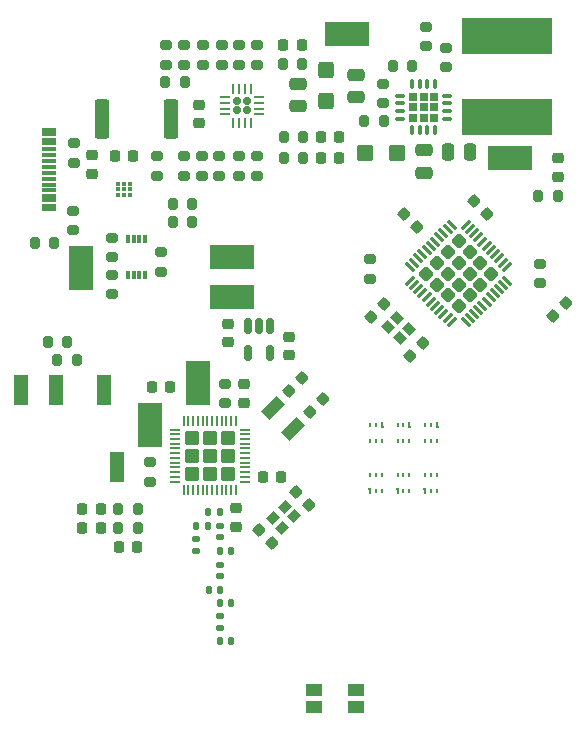
<source format=gtp>
G04 #@! TF.GenerationSoftware,KiCad,Pcbnew,(6.0.5)*
G04 #@! TF.CreationDate,2022-08-26T20:13:17-07:00*
G04 #@! TF.ProjectId,main,6d61696e-2e6b-4696-9361-645f70636258,1*
G04 #@! TF.SameCoordinates,Original*
G04 #@! TF.FileFunction,Paste,Top*
G04 #@! TF.FilePolarity,Positive*
%FSLAX46Y46*%
G04 Gerber Fmt 4.6, Leading zero omitted, Abs format (unit mm)*
G04 Created by KiCad (PCBNEW (6.0.5)) date 2022-08-26 20:13:17*
%MOMM*%
%LPD*%
G01*
G04 APERTURE LIST*
G04 Aperture macros list*
%AMRoundRect*
0 Rectangle with rounded corners*
0 $1 Rounding radius*
0 $2 $3 $4 $5 $6 $7 $8 $9 X,Y pos of 4 corners*
0 Add a 4 corners polygon primitive as box body*
4,1,4,$2,$3,$4,$5,$6,$7,$8,$9,$2,$3,0*
0 Add four circle primitives for the rounded corners*
1,1,$1+$1,$2,$3*
1,1,$1+$1,$4,$5*
1,1,$1+$1,$6,$7*
1,1,$1+$1,$8,$9*
0 Add four rect primitives between the rounded corners*
20,1,$1+$1,$2,$3,$4,$5,0*
20,1,$1+$1,$4,$5,$6,$7,0*
20,1,$1+$1,$6,$7,$8,$9,0*
20,1,$1+$1,$8,$9,$2,$3,0*%
%AMRotRect*
0 Rectangle, with rotation*
0 The origin of the aperture is its center*
0 $1 length*
0 $2 width*
0 $3 Rotation angle, in degrees counterclockwise*
0 Add horizontal line*
21,1,$1,$2,0,0,$3*%
%AMFreePoly0*
4,1,7,0.100000,-0.225000,-0.100000,-0.225000,-0.100000,0.075000,-0.200000,0.075000,-0.200000,0.225000,0.100000,0.225000,0.100000,-0.225000,0.100000,-0.225000,$1*%
G04 Aperture macros list end*
%ADD10FreePoly0,180.000000*%
%ADD11R,0.200000X0.450000*%
%ADD12FreePoly0,0.000000*%
%ADD13RoundRect,0.225000X0.250000X-0.225000X0.250000X0.225000X-0.250000X0.225000X-0.250000X-0.225000X0*%
%ADD14RoundRect,0.225000X-0.335876X-0.017678X-0.017678X-0.335876X0.335876X0.017678X0.017678X0.335876X0*%
%ADD15RoundRect,0.200000X0.275000X-0.200000X0.275000X0.200000X-0.275000X0.200000X-0.275000X-0.200000X0*%
%ADD16RoundRect,0.200000X0.200000X0.275000X-0.200000X0.275000X-0.200000X-0.275000X0.200000X-0.275000X0*%
%ADD17RoundRect,0.147500X0.172500X-0.147500X0.172500X0.147500X-0.172500X0.147500X-0.172500X-0.147500X0*%
%ADD18RoundRect,0.147500X0.147500X0.172500X-0.147500X0.172500X-0.147500X-0.172500X0.147500X-0.172500X0*%
%ADD19RotRect,0.900000X0.800000X225.000000*%
%ADD20RoundRect,0.200000X-0.275000X0.200000X-0.275000X-0.200000X0.275000X-0.200000X0.275000X0.200000X0*%
%ADD21RoundRect,0.250000X-0.370000X0.370000X-0.370000X-0.370000X0.370000X-0.370000X0.370000X0.370000X0*%
%ADD22RoundRect,0.050000X-0.050000X0.350000X-0.050000X-0.350000X0.050000X-0.350000X0.050000X0.350000X0*%
%ADD23RoundRect,0.050000X-0.350000X0.050000X-0.350000X-0.050000X0.350000X-0.050000X0.350000X0.050000X0*%
%ADD24RoundRect,0.140000X0.140000X0.170000X-0.140000X0.170000X-0.140000X-0.170000X0.140000X-0.170000X0*%
%ADD25R,2.000000X3.800000*%
%ADD26RoundRect,0.250000X0.475000X-0.250000X0.475000X0.250000X-0.475000X0.250000X-0.475000X-0.250000X0*%
%ADD27RoundRect,0.200000X-0.200000X-0.275000X0.200000X-0.275000X0.200000X0.275000X-0.200000X0.275000X0*%
%ADD28R,1.200000X2.500000*%
%ADD29RoundRect,0.218750X-0.218750X-0.256250X0.218750X-0.256250X0.218750X0.256250X-0.218750X0.256250X0*%
%ADD30RoundRect,0.225000X0.335876X0.017678X0.017678X0.335876X-0.335876X-0.017678X-0.017678X-0.335876X0*%
%ADD31RoundRect,0.250000X-0.362500X-1.425000X0.362500X-1.425000X0.362500X1.425000X-0.362500X1.425000X0*%
%ADD32RoundRect,0.250000X0.450000X0.425000X-0.450000X0.425000X-0.450000X-0.425000X0.450000X-0.425000X0*%
%ADD33RoundRect,0.225000X-0.225000X-0.250000X0.225000X-0.250000X0.225000X0.250000X-0.225000X0.250000X0*%
%ADD34RoundRect,0.225000X-0.250000X0.225000X-0.250000X-0.225000X0.250000X-0.225000X0.250000X0.225000X0*%
%ADD35R,3.800000X2.000000*%
%ADD36RotRect,1.000000X1.800000X135.000000*%
%ADD37RoundRect,0.250000X-0.388909X0.000000X0.000000X-0.388909X0.388909X0.000000X0.000000X0.388909X0*%
%ADD38RoundRect,0.062500X-0.380070X0.291682X0.291682X-0.380070X0.380070X-0.291682X-0.291682X0.380070X0*%
%ADD39RoundRect,0.062500X-0.380070X-0.291682X-0.291682X-0.380070X0.380070X0.291682X0.291682X0.380070X0*%
%ADD40R,0.300000X0.800000*%
%ADD41RoundRect,0.140000X-0.140000X-0.170000X0.140000X-0.170000X0.140000X0.170000X-0.140000X0.170000X0*%
%ADD42R,7.700000X3.100000*%
%ADD43RoundRect,0.150000X-0.150000X0.512500X-0.150000X-0.512500X0.150000X-0.512500X0.150000X0.512500X0*%
%ADD44RoundRect,0.250000X-0.475000X0.250000X-0.475000X-0.250000X0.475000X-0.250000X0.475000X0.250000X0*%
%ADD45RotRect,0.900000X0.800000X315.000000*%
%ADD46RoundRect,0.182500X0.182500X-0.182500X0.182500X0.182500X-0.182500X0.182500X-0.182500X-0.182500X0*%
%ADD47RoundRect,0.087500X0.087500X-0.325000X0.087500X0.325000X-0.087500X0.325000X-0.087500X-0.325000X0*%
%ADD48RoundRect,0.087500X0.325000X-0.087500X0.325000X0.087500X-0.325000X0.087500X-0.325000X-0.087500X0*%
%ADD49RoundRect,0.225000X-0.017678X0.335876X-0.335876X0.017678X0.017678X-0.335876X0.335876X-0.017678X0*%
%ADD50RoundRect,0.225000X0.017678X-0.335876X0.335876X-0.017678X-0.017678X0.335876X-0.335876X0.017678X0*%
%ADD51RoundRect,0.140000X0.170000X-0.140000X0.170000X0.140000X-0.170000X0.140000X-0.170000X-0.140000X0*%
%ADD52RoundRect,0.225000X0.225000X0.250000X-0.225000X0.250000X-0.225000X-0.250000X0.225000X-0.250000X0*%
%ADD53RoundRect,0.250000X0.425000X-0.450000X0.425000X0.450000X-0.425000X0.450000X-0.425000X-0.450000X0*%
%ADD54R,1.400000X1.050000*%
%ADD55RoundRect,0.218750X0.256250X-0.218750X0.256250X0.218750X-0.256250X0.218750X-0.256250X-0.218750X0*%
%ADD56R,1.150000X0.300000*%
%ADD57RoundRect,0.160000X-0.160000X-0.160000X0.160000X-0.160000X0.160000X0.160000X-0.160000X0.160000X0*%
%ADD58RoundRect,0.062500X-0.375000X-0.062500X0.375000X-0.062500X0.375000X0.062500X-0.375000X0.062500X0*%
%ADD59RoundRect,0.062500X-0.062500X-0.375000X0.062500X-0.375000X0.062500X0.375000X-0.062500X0.375000X0*%
%ADD60RoundRect,0.140000X-0.170000X0.140000X-0.170000X-0.140000X0.170000X-0.140000X0.170000X0.140000X0*%
%ADD61RoundRect,0.250000X-0.250000X-0.475000X0.250000X-0.475000X0.250000X0.475000X-0.250000X0.475000X0*%
%ADD62R,0.300000X0.300000*%
%ADD63C,0.165000*%
G04 APERTURE END LIST*
D10*
X86200000Y-85225000D03*
D11*
X85700000Y-85225000D03*
X85200000Y-85225000D03*
X85200000Y-86575000D03*
X85700000Y-86575000D03*
X86200000Y-86575000D03*
D10*
X88500000Y-85225000D03*
D11*
X88000000Y-85225000D03*
X87500000Y-85225000D03*
X87500000Y-86575000D03*
X88000000Y-86575000D03*
X88500000Y-86575000D03*
D10*
X90800000Y-85225000D03*
D11*
X90300000Y-85225000D03*
X89800000Y-85225000D03*
X89800000Y-86575000D03*
X90300000Y-86575000D03*
X90800000Y-86575000D03*
D12*
X85200000Y-90775000D03*
D11*
X85700000Y-90775000D03*
X86200000Y-90775000D03*
X86200000Y-89425000D03*
X85700000Y-89425000D03*
X85200000Y-89425000D03*
D12*
X87500000Y-90775000D03*
D11*
X88000000Y-90775000D03*
X88500000Y-90775000D03*
X88500000Y-89425000D03*
X88000000Y-89425000D03*
X87500000Y-89425000D03*
D12*
X89800000Y-90775000D03*
D11*
X90300000Y-90775000D03*
X90800000Y-90775000D03*
X90800000Y-89425000D03*
X90300000Y-89425000D03*
X89800000Y-89425000D03*
D13*
X74519000Y-83324000D03*
X74519000Y-81774000D03*
D14*
X75768109Y-94108058D03*
X76864125Y-95204074D03*
D13*
X78350000Y-79325000D03*
X78350000Y-77775000D03*
D15*
X70918400Y-64091300D03*
X70918400Y-62441300D03*
D16*
X58425000Y-69800000D03*
X56775000Y-69800000D03*
D17*
X72470000Y-102375000D03*
X72470000Y-101405000D03*
D18*
X72464000Y-92582000D03*
X71494000Y-92582000D03*
D19*
X77972183Y-92122183D03*
X76982234Y-93112132D03*
X77760051Y-93889949D03*
X78750000Y-92900000D03*
D16*
X79524000Y-60826700D03*
X77874000Y-60826700D03*
D20*
X60100000Y-61375000D03*
X60100000Y-63025000D03*
X63300000Y-72475000D03*
X63300000Y-74125000D03*
D21*
X71600000Y-87800000D03*
X70070000Y-89330000D03*
X71600000Y-89330000D03*
X73130000Y-87800000D03*
X73130000Y-86270000D03*
X70070000Y-86270000D03*
X73130000Y-89330000D03*
X70070000Y-87800000D03*
X71600000Y-86270000D03*
D22*
X73800000Y-84850000D03*
X73400000Y-84850000D03*
X73000000Y-84850000D03*
X72600000Y-84850000D03*
X72200000Y-84850000D03*
X71800000Y-84850000D03*
X71400000Y-84850000D03*
X71000000Y-84850000D03*
X70600000Y-84850000D03*
X70200000Y-84850000D03*
X69800000Y-84850000D03*
X69400000Y-84850000D03*
D23*
X68650000Y-85600000D03*
X68650000Y-86000000D03*
X68650000Y-86400000D03*
X68650000Y-86800000D03*
X68650000Y-87200000D03*
X68650000Y-87600000D03*
X68650000Y-88000000D03*
X68650000Y-88400000D03*
X68650000Y-88800000D03*
X68650000Y-89200000D03*
X68650000Y-89600000D03*
X68650000Y-90000000D03*
D22*
X69400000Y-90750000D03*
X69800000Y-90750000D03*
X70200000Y-90750000D03*
X70600000Y-90750000D03*
X71000000Y-90750000D03*
X71400000Y-90750000D03*
X71800000Y-90750000D03*
X72200000Y-90750000D03*
X72600000Y-90750000D03*
X73000000Y-90750000D03*
X73400000Y-90750000D03*
X73800000Y-90750000D03*
D23*
X74550000Y-90000000D03*
X74550000Y-89600000D03*
X74550000Y-89200000D03*
X74550000Y-88800000D03*
X74550000Y-88400000D03*
X74550000Y-88000000D03*
X74550000Y-87600000D03*
X74550000Y-87200000D03*
X74550000Y-86800000D03*
X74550000Y-86400000D03*
X74550000Y-86000000D03*
X74550000Y-85600000D03*
D16*
X79524000Y-62626700D03*
X77874000Y-62626700D03*
D24*
X73430000Y-100249000D03*
X72470000Y-100249000D03*
D25*
X60700000Y-71900000D03*
D26*
X79099200Y-58233500D03*
X79099200Y-56333500D03*
D20*
X72418400Y-62441300D03*
X72418400Y-64091300D03*
D27*
X68475000Y-66500000D03*
X70125000Y-66500000D03*
D28*
X58625000Y-82250000D03*
X55625000Y-82250000D03*
X63725000Y-88750000D03*
X62625000Y-82250000D03*
D16*
X86325000Y-59500000D03*
X84675000Y-59500000D03*
D20*
X74118400Y-62441300D03*
X74118400Y-64091300D03*
D29*
X81011500Y-62626700D03*
X82586500Y-62626700D03*
D30*
X80014125Y-92004074D03*
X78918109Y-90908058D03*
D25*
X66500000Y-85200000D03*
D24*
X73430000Y-95880000D03*
X72470000Y-95880000D03*
D31*
X62437500Y-59266300D03*
X68362500Y-59266300D03*
D29*
X60812500Y-92300000D03*
X62387500Y-92300000D03*
D13*
X61618400Y-63941300D03*
X61618400Y-62391300D03*
D32*
X87450000Y-62200000D03*
X84750000Y-62200000D03*
D33*
X77843400Y-53066300D03*
X79393400Y-53066300D03*
D20*
X63300000Y-69375000D03*
X63300000Y-71025000D03*
X67118400Y-62441300D03*
X67118400Y-64091300D03*
D33*
X63543400Y-62466300D03*
X65093400Y-62466300D03*
D34*
X73150000Y-76675000D03*
X73150000Y-78225000D03*
X70718400Y-58091300D03*
X70718400Y-59641300D03*
D35*
X83200000Y-52100000D03*
D30*
X89148008Y-68448008D03*
X88051992Y-67351992D03*
D20*
X91600000Y-53275000D03*
X91600000Y-54925000D03*
D15*
X72618400Y-54691300D03*
X72618400Y-53041300D03*
D36*
X76916117Y-83766117D03*
X78683883Y-85533883D03*
D15*
X99600000Y-73225000D03*
X99600000Y-71575000D03*
X72868000Y-83374000D03*
X72868000Y-81724000D03*
D16*
X79443400Y-54666300D03*
X77793400Y-54666300D03*
D37*
X93600000Y-74238478D03*
X91761522Y-72400000D03*
X91761522Y-70561522D03*
X93600000Y-70561522D03*
X92680761Y-69642284D03*
X90842283Y-71480761D03*
X89923045Y-72400000D03*
X95438477Y-72400000D03*
X93600000Y-72400000D03*
X94519239Y-71480761D03*
X92680761Y-75157716D03*
X90842283Y-73319239D03*
X91761522Y-74238478D03*
X94519239Y-73319239D03*
X92680761Y-73319239D03*
X92680761Y-71480761D03*
D38*
X92088559Y-68272264D03*
X91735006Y-68625818D03*
X91381452Y-68979371D03*
X91027899Y-69332924D03*
X90674346Y-69686478D03*
X90320792Y-70040031D03*
X89967239Y-70393585D03*
X89613685Y-70747138D03*
X89260132Y-71100691D03*
X88906579Y-71454245D03*
X88553025Y-71807798D03*
D39*
X88553025Y-72992202D03*
X88906579Y-73345755D03*
X89260132Y-73699309D03*
X89613685Y-74052862D03*
X89967239Y-74406415D03*
X90320792Y-74759969D03*
X90674346Y-75113522D03*
X91027899Y-75467076D03*
X91381452Y-75820629D03*
X91735006Y-76174182D03*
X92088559Y-76527736D03*
D38*
X93272963Y-76527736D03*
X93626516Y-76174182D03*
X93980070Y-75820629D03*
X94333623Y-75467076D03*
X94687176Y-75113522D03*
X95040730Y-74759969D03*
X95394283Y-74406415D03*
X95747837Y-74052862D03*
X96101390Y-73699309D03*
X96454943Y-73345755D03*
X96808497Y-72992202D03*
D39*
X96808497Y-71807798D03*
X96454943Y-71454245D03*
X96101390Y-71100691D03*
X95747837Y-70747138D03*
X95394283Y-70393585D03*
X95040730Y-70040031D03*
X94687176Y-69686478D03*
X94333623Y-69332924D03*
X93980070Y-68979371D03*
X93626516Y-68625818D03*
X93272963Y-68272264D03*
D40*
X66150000Y-69450000D03*
X65650000Y-69450000D03*
X65150000Y-69450000D03*
X64650000Y-69450000D03*
X64650000Y-72550000D03*
X65150000Y-72550000D03*
X65650000Y-72550000D03*
X66150000Y-72550000D03*
D41*
X71510000Y-99180000D03*
X72470000Y-99180000D03*
D42*
X96800000Y-52250000D03*
X96800000Y-59150000D03*
D20*
X86250000Y-56325000D03*
X86250000Y-57975000D03*
D15*
X89900000Y-53125000D03*
X89900000Y-51475000D03*
D43*
X76700000Y-76812500D03*
X75750000Y-76812500D03*
X74800000Y-76812500D03*
X74800000Y-79087500D03*
X76700000Y-79087500D03*
D33*
X76125000Y-89650000D03*
X77675000Y-89650000D03*
D44*
X84000000Y-55550000D03*
X84000000Y-57450000D03*
D17*
X72470000Y-98015000D03*
X72470000Y-97045000D03*
D16*
X65525000Y-93900000D03*
X63875000Y-93900000D03*
X101075000Y-65850000D03*
X99425000Y-65850000D03*
D29*
X81011500Y-60826700D03*
X82586500Y-60826700D03*
D45*
X86716117Y-76893934D03*
X87706066Y-77883883D03*
X88483883Y-77106066D03*
X87493934Y-76116117D03*
D46*
X90600000Y-57400000D03*
X89700000Y-58300000D03*
X89700000Y-57400000D03*
X89700000Y-59200000D03*
X88800000Y-58300000D03*
X88800000Y-57400000D03*
X88800000Y-59200000D03*
X90600000Y-59200000D03*
X90600000Y-58300000D03*
D47*
X88725000Y-60262500D03*
X89375000Y-60262500D03*
X90025000Y-60262500D03*
X90675000Y-60262500D03*
D48*
X91662500Y-59275000D03*
X91662500Y-58625000D03*
X91662500Y-57975000D03*
X91662500Y-57325000D03*
D47*
X90675000Y-56337500D03*
X90025000Y-56337500D03*
X89375000Y-56337500D03*
X88725000Y-56337500D03*
D48*
X87737500Y-57325000D03*
X87737500Y-57975000D03*
X87737500Y-58625000D03*
X87737500Y-59275000D03*
D49*
X86367247Y-74951992D03*
X85271231Y-76048008D03*
D50*
X80101992Y-84148008D03*
X81198008Y-83051992D03*
D15*
X66500000Y-90025000D03*
X66500000Y-88375000D03*
D51*
X72470000Y-94710000D03*
X72470000Y-93750000D03*
D15*
X85200000Y-72825000D03*
X85200000Y-71175000D03*
D34*
X73800000Y-92275000D03*
X73800000Y-93825000D03*
D20*
X67500000Y-70575000D03*
X67500000Y-72225000D03*
D16*
X65525000Y-92300000D03*
X63875000Y-92300000D03*
D27*
X87075000Y-54800000D03*
X88725000Y-54800000D03*
D15*
X60000000Y-68725000D03*
X60000000Y-67075000D03*
D44*
X89700000Y-61950000D03*
X89700000Y-63850000D03*
D52*
X68250000Y-82000000D03*
X66700000Y-82000000D03*
D53*
X81436000Y-57816900D03*
X81436000Y-55116900D03*
D50*
X88551992Y-79348008D03*
X89648008Y-78251992D03*
D54*
X84000000Y-107680000D03*
X80400000Y-107680000D03*
X80400000Y-109120000D03*
X84000000Y-109120000D03*
D18*
X71448000Y-93725000D03*
X70478000Y-93725000D03*
D55*
X101050000Y-64187500D03*
X101050000Y-62612500D03*
D56*
X57970000Y-60250000D03*
X57970000Y-61050000D03*
X57970000Y-62350000D03*
X57970000Y-63350000D03*
X57970000Y-63850000D03*
X57970000Y-64850000D03*
X57970000Y-66150000D03*
X57970000Y-66950000D03*
X57970000Y-66650000D03*
X57970000Y-65850000D03*
X57970000Y-65350000D03*
X57970000Y-64350000D03*
X57970000Y-62850000D03*
X57970000Y-61850000D03*
X57970000Y-61350000D03*
X57970000Y-60550000D03*
D50*
X78301992Y-82348008D03*
X79398008Y-81251992D03*
D16*
X60325000Y-79700000D03*
X58675000Y-79700000D03*
D20*
X74118400Y-53041300D03*
X74118400Y-54691300D03*
D35*
X73500000Y-71000000D03*
D57*
X74718400Y-58566300D03*
X74718400Y-57766300D03*
X73918400Y-58566300D03*
X73918400Y-57766300D03*
D58*
X72880900Y-57416300D03*
X72880900Y-57916300D03*
X72880900Y-58416300D03*
X72880900Y-58916300D03*
D59*
X73568400Y-59603800D03*
X74068400Y-59603800D03*
X74568400Y-59603800D03*
X75068400Y-59603800D03*
D58*
X75755900Y-58916300D03*
X75755900Y-58416300D03*
X75755900Y-57916300D03*
X75755900Y-57416300D03*
D59*
X75068400Y-56728800D03*
X74568400Y-56728800D03*
X74068400Y-56728800D03*
X73568400Y-56728800D03*
D50*
X100651992Y-75948008D03*
X101748008Y-74851992D03*
D29*
X60812500Y-93900000D03*
X62387500Y-93900000D03*
D60*
X70455000Y-94896000D03*
X70455000Y-95856000D03*
D15*
X69418400Y-64091300D03*
X69418400Y-62441300D03*
D16*
X59525000Y-78200000D03*
X57875000Y-78200000D03*
D30*
X95048008Y-67348008D03*
X93951992Y-66251992D03*
D20*
X75618400Y-53041300D03*
X75618400Y-54691300D03*
D27*
X68475000Y-68000000D03*
X70125000Y-68000000D03*
D20*
X69400000Y-53075000D03*
X69400000Y-54725000D03*
D35*
X97000000Y-62600000D03*
D27*
X67825000Y-56150000D03*
X69475000Y-56150000D03*
D15*
X67900000Y-54725000D03*
X67900000Y-53075000D03*
D24*
X73430000Y-103460000D03*
X72470000Y-103460000D03*
D25*
X70582000Y-81660000D03*
D52*
X65475000Y-95500000D03*
X63925000Y-95500000D03*
D15*
X75618400Y-64091300D03*
X75618400Y-62441300D03*
D61*
X91750000Y-62100000D03*
X93650000Y-62100000D03*
D62*
X64318400Y-64766300D03*
X64818400Y-64766300D03*
X64818400Y-65766300D03*
X64318400Y-65266300D03*
X64818400Y-65266300D03*
X63818400Y-64766300D03*
X64318400Y-65766300D03*
X63818400Y-65766300D03*
X63818400Y-65266300D03*
D63*
X63818400Y-65266300D03*
D35*
X73500000Y-74400000D03*
D20*
X71000000Y-53075000D03*
X71000000Y-54725000D03*
M02*

</source>
